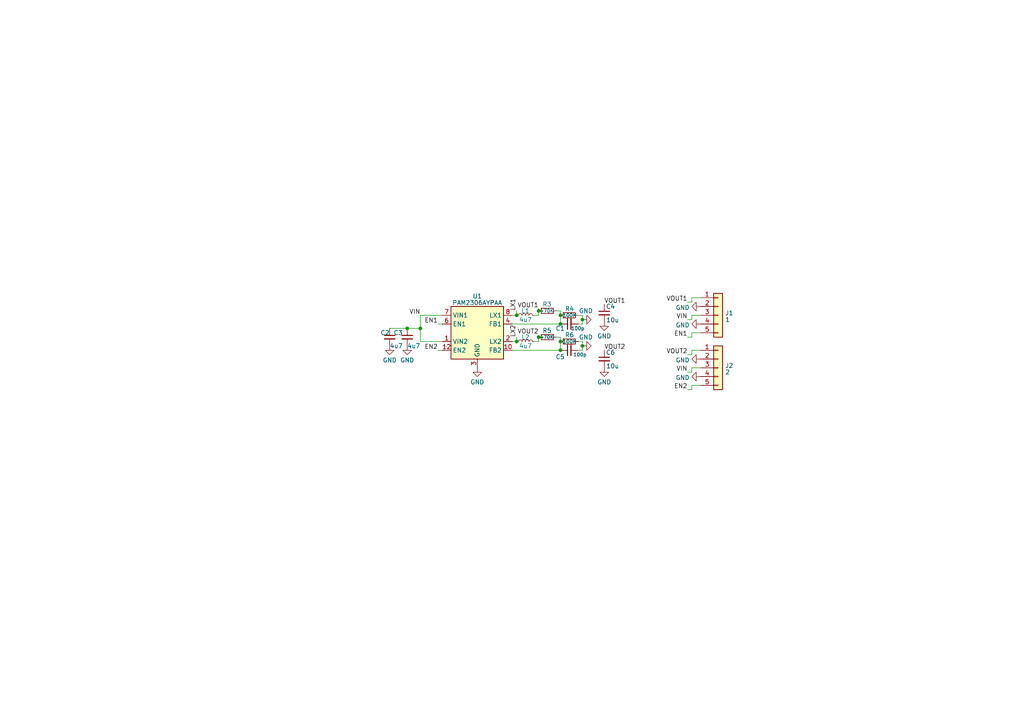
<source format=kicad_sch>
(kicad_sch (version 20230121) (generator eeschema)
  (paper "A4")
  (lib_symbols
    (symbol "Connector_Generic:Conn_01x05" (pin_names (offset 1.016) hide)
      (property "Reference" "J" (at 0 7.62 0))
      (property "Value" "Conn_01x05" (at 0 -7.62 0))
      (symbol "Conn_01x05_1_1"
        (rectangle (start -1.27 -4.953) (end 0 -5.207) (stroke (width 0.1524)))
        (rectangle (start -1.27 -2.413) (end 0 -2.667) (stroke (width 0.1524)))
        (rectangle (start -1.27 0.127) (end 0 -0.127) (stroke (width 0.1524)))
        (rectangle (start -1.27 2.667) (end 0 2.413) (stroke (width 0.1524)))
        (rectangle (start -1.27 5.207) (end 0 4.953) (stroke (width 0.1524)))
        (rectangle (start -1.27 6.35) (end 1.27 -6.35) (stroke (width 0.254)) (fill (type background)))
        (pin passive line (at -5.08 5.08 0) (length 3.81) (name "Pin_1") (number "1"))
        (pin passive line (at -5.08 2.54 0) (length 3.81) (name "Pin_2") (number "2"))
        (pin passive line (at -5.08 0 0) (length 3.81) (name "Pin_3") (number "3"))
        (pin passive line (at -5.08 -2.54 0) (length 3.81) (name "Pin_4") (number "4"))
        (pin passive line (at -5.08 -5.08 0) (length 3.81) (name "Pin_5") (number "5"))
      )
    )
    (symbol "Device:C_Small" (pin_numbers hide) (pin_names (offset 0.254) hide)
      (property "Reference" "C" (at 0.254 1.778 0))
      (property "Value" "C_Small" (at 0.254 -2.032 0))
      (symbol "C_Small_0_1"
        (polyline (pts (xy -1.524 -0.508) (xy 1.524 -0.508)) (stroke (width 0.3302)))
        (polyline (pts (xy -1.524 0.508) (xy 1.524 0.508)) (stroke (width 0.3048)))
      )
      (symbol "C_Small_1_1"
        (pin passive line (at 0 2.54 270) (length 2.032) (name "~") (number "1"))
        (pin passive line (at 0 -2.54 90) (length 2.032) (name "~") (number "2"))
      )
    )
    (symbol "Device:L_Small" (pin_numbers hide) (pin_names (offset 0.254) hide)
      (property "Reference" "L" (at 0.762 1.016 0))
      (property "Value" "L_Small" (at 0.762 -1.016 0))
      (symbol "L_Small_0_1"
        (arc (start 0 -2.032) (mid 0.5058 -1.524) (end 0 -1.016))
        (arc (start 0 -1.016) (mid 0.5058 -0.508) (end 0 0))
        (arc (start 0 0) (mid 0.5058 0.508) (end 0 1.016))
        (arc (start 0 1.016) (mid 0.5058 1.524) (end 0 2.032))
      )
      (symbol "L_Small_1_1"
        (pin passive line (at 0 2.54 270) (length 0.508) (name "~") (number "1"))
        (pin passive line (at 0 -2.54 90) (length 0.508) (name "~") (number "2"))
      )
    )
    (symbol "Device:R_Small" (pin_numbers hide) (pin_names (offset 0.254) hide)
      (property "Reference" "R" (at 0.762 0.508 0))
      (property "Value" "R_Small" (at 0.762 -1.016 0))
      (symbol "R_Small_0_1"
        (rectangle (start -0.762 1.778) (end 0.762 -1.778) (stroke (width 0.2032)))
      )
      (symbol "R_Small_1_1"
        (pin passive line (at 0 2.54 270) (length 0.762) (name "~") (number "1"))
        (pin passive line (at 0 -2.54 90) (length 0.762) (name "~") (number "2"))
      )
    )
    (symbol "Regulator_Switching:PAM2306AYPAA"
      (property "Reference" "U" (at 0 11.43 0))
      (property "Value" "PAM2306AYPAA" (at 0 8.89 0))
      (symbol "PAM2306AYPAA_0_1"
        (rectangle (start 7.62 7.62) (end -7.62 -7.62) (stroke (width 0.254)) (fill (type background)))
      )
      (symbol "PAM2306AYPAA_1_1"
        (pin power_in line (at -10.16 -2.54 0) (length 2.54) (name "VIN2") (number "1"))
        (pin input line (at 10.16 -5.08 180) (length 2.54) (name "FB2") (number "10"))
        (pin no_connect line (at 7.62 0 180) (length 2.54) hide (name "NC2") (number "11"))
        (pin input line (at -10.16 -5.08 0) (length 2.54) (name "EN2") (number "12"))
        (pin passive line (at 0 -10.16 90) (length 2.54) hide (name "GND") (number "13"))
        (pin output line (at 10.16 -2.54 180) (length 2.54) (name "LX2") (number "2"))
        (pin power_in line (at 0 -10.16 90) (length 2.54) (name "GND") (number "3"))
        (pin input line (at 10.16 2.54 180) (length 2.54) (name "FB1") (number "4"))
        (pin no_connect line (at -7.62 0 0) (length 2.54) hide (name "NC1") (number "5"))
        (pin input line (at -10.16 2.54 0) (length 2.54) (name "EN1") (number "6"))
        (pin power_in line (at -10.16 5.08 0) (length 2.54) (name "VIN1") (number "7"))
        (pin output line (at 10.16 5.08 180) (length 2.54) (name "LX1") (number "8"))
        (pin passive line (at 0 -10.16 90) (length 2.54) hide (name "GND") (number "9"))
      )
    )
    (symbol "power:GND" (power) (pin_names (offset 0))
      (property "Value" "GND" (at 0 -3.81 0))
      (symbol "GND_0_1"
        (polyline (pts (xy 0 0) (xy 0 -1.27) (xy 1.27 -1.27) (xy 0 -2.54) (xy -1.27 -1.27) (xy 0 -1.27)))
      )
      (symbol "GND_1_1"
        (pin power_in line (at 0 0 270) (length 0) hide (name "GND") (number "1"))
      )
    )
  )
  (junction (at 162.56 99.06))
  (junction (at 156.21 90.17))
  (junction (at 118.11 95.25))
  (junction (at 168.91 92.71))
  (junction (at 162.56 101.6))
  (junction (at 162.56 91.44))
  (junction (at 168.91 100.33))
  (junction (at 121.92 95.25))
  (junction (at 149.86 91.44))
  (junction (at 162.56 93.98))
  (junction (at 156.21 97.79))
  (junction (at 149.86 99.06))
  (wire (pts (xy 121.92 91.44) (xy 128.27 91.44)))
  (wire (pts (xy 167.64 91.44) (xy 168.91 91.44)))
  (wire (pts (xy 168.91 93.98) (xy 167.64 93.98)))
  (wire (pts (xy 121.92 99.06) (xy 128.27 99.06)))
  (wire (pts (xy 148.59 99.06) (xy 149.86 99.06)))
  (wire (pts (xy 200.66 106.68) (xy 203.2 106.68)))
  (wire (pts (xy 200.66 97.79) (xy 200.66 96.52)))
  (wire (pts (xy 200.66 96.52) (xy 203.2 96.52)))
  (wire (pts (xy 162.56 90.17) (xy 162.56 91.44)))
  (wire (pts (xy 154.94 99.06) (xy 156.21 99.06)))
  (wire (pts (xy 162.56 91.44) (xy 162.56 93.98)))
  (wire (pts (xy 200.66 113.03) (xy 200.66 111.76)))
  (wire (pts (xy 168.91 100.33) (xy 168.91 101.6)))
  (wire (pts (xy 148.59 91.44) (xy 149.86 91.44)))
  (wire (pts (xy 199.39 87.63) (xy 200.66 87.63)))
  (wire (pts (xy 162.56 101.6) (xy 162.56 99.06)))
  (wire (pts (xy 200.66 102.87) (xy 200.66 101.6)))
  (wire (pts (xy 121.92 99.06) (xy 121.92 95.25)))
  (wire (pts (xy 200.66 87.63) (xy 200.66 86.36)))
  (wire (pts (xy 200.66 92.71) (xy 200.66 91.44)))
  (wire (pts (xy 199.39 107.95) (xy 200.66 107.95)))
  (wire (pts (xy 149.86 90.17) (xy 149.86 91.44)))
  (wire (pts (xy 156.21 97.79) (xy 156.21 99.06)))
  (wire (pts (xy 127 101.6) (xy 128.27 101.6)))
  (wire (pts (xy 121.92 91.44) (xy 121.92 95.25)))
  (wire (pts (xy 199.39 102.87) (xy 200.66 102.87)))
  (wire (pts (xy 168.91 91.44) (xy 168.91 92.71)))
  (wire (pts (xy 199.39 97.79) (xy 200.66 97.79)))
  (wire (pts (xy 200.66 101.6) (xy 203.2 101.6)))
  (wire (pts (xy 200.66 86.36) (xy 203.2 86.36)))
  (wire (pts (xy 149.86 97.79) (xy 149.86 99.06)))
  (wire (pts (xy 200.66 107.95) (xy 200.66 106.68)))
  (wire (pts (xy 156.21 90.17) (xy 156.21 91.44)))
  (wire (pts (xy 161.29 97.79) (xy 162.56 97.79)))
  (wire (pts (xy 162.56 99.06) (xy 162.56 97.79)))
  (wire (pts (xy 127 93.98) (xy 128.27 93.98)))
  (wire (pts (xy 148.59 101.6) (xy 162.56 101.6)))
  (wire (pts (xy 168.91 101.6) (xy 167.64 101.6)))
  (wire (pts (xy 121.92 95.25) (xy 118.11 95.25)))
  (wire (pts (xy 199.39 92.71) (xy 200.66 92.71)))
  (wire (pts (xy 156.21 97.155) (xy 156.21 97.79)))
  (wire (pts (xy 161.29 90.17) (xy 162.56 90.17)))
  (wire (pts (xy 200.66 111.76) (xy 203.2 111.76)))
  (wire (pts (xy 199.39 113.03) (xy 200.66 113.03)))
  (wire (pts (xy 168.91 92.71) (xy 168.91 93.98)))
  (wire (pts (xy 148.59 93.98) (xy 162.56 93.98)))
  (wire (pts (xy 168.91 99.06) (xy 168.91 100.33)))
  (wire (pts (xy 113.03 95.25) (xy 118.11 95.25)))
  (wire (pts (xy 156.21 89.535) (xy 156.21 90.17)))
  (wire (pts (xy 167.64 99.06) (xy 168.91 99.06)))
  (wire (pts (xy 200.66 91.44) (xy 203.2 91.44)))
  (wire (pts (xy 154.94 91.44) (xy 156.21 91.44)))
  (label "VOUT2" (at 199.39 102.87 180))
  (label "EN1" (at 199.39 97.79 180))
  (label "EN2" (at 199.39 113.03 180))
  (label "VIN" (at 199.39 107.95 180))
  (label "EN1" (at 127 93.98 180))
  (label "VIN" (at 199.39 92.71 180))
  (label "VIN" (at 121.92 91.44 180))
  (label "VOUT1" (at 199.39 87.63 180))
  (label "EN2" (at 127 101.6 180))
  (label "VOUT1" (at 175.26 88.265 0))
  (label "LX1" (at 149.86 90.17 90))
  (label "VOUT1" (at 156.21 89.535 180))
  (label "VOUT2" (at 175.26 101.6 0))
  (label "LX2" (at 149.86 97.79 90))
  (label "VOUT2" (at 156.21 97.155 180))
  (symbol (lib_id "power:GND") (at 203.2 109.22 270) (unit 1)
    (property "Reference" "#PWR08" (effects hide))
    (property "Value" "GND" (at 200.0251 109.5368 90) (effects (justify right)))
  )
  (symbol (lib_id "Device:C_Small") (at 118.11 97.79 0) (mirror y) (unit 1)
    (property "Reference" "C3" (at 116.84 96.52 0) (effects (justify left)))
    (property "Value" "4u7" (at 121.92 100.33 0) (effects (justify left)))
    (property "Footprint" "Capacitor_SMD:C_0805_2012Metric" (effects hide))
  )
  (symbol (lib_id "Device:R_Small") (at 158.75 97.79 270) (mirror x) (unit 1)
    (property "Reference" "R5" (at 160.02 95.885 90) (effects (justify right)))
    (property "Value" "470K" (at 160.655 97.79 90) (effects (font (size 1 1)) (justify right)))
    (property "Footprint" "Resistor_SMD:R_0603_1608Metric" (effects hide))
  )
  (symbol (lib_id "power:GND") (at 203.2 104.14 270) (unit 1)
    (property "Reference" "#PWR09" (effects hide))
    (property "Value" "GND" (at 200.0251 104.4568 90) (effects (justify right)))
  )
  (symbol (lib_id "Connector_Generic:Conn_01x05") (at 208.28 106.68 0) (unit 1)
    (property "Reference" "J2" (at 210.312 106.0363 0) (effects (justify left)))
    (property "Value" "2" (at 210.312 107.9573 0) (effects (justify left)))
    (property "Footprint" "Connector_PinHeader_2.54mm:PinHeader_1x05_P2.54mm_Vertical" (effects hide))
  )
  (symbol (lib_id "Device:C_Small") (at 113.03 97.79 0) (mirror y) (unit 1)
    (property "Reference" "C2" (at 113.03 96.52 0) (effects (justify left)))
    (property "Value" "4u7" (at 116.84 100.33 0) (effects (justify left)))
    (property "Footprint" "Capacitor_SMD:C_0805_2012Metric" (effects hide))
  )
  (symbol (lib_id "Device:C_Small") (at 175.26 90.805 0) (mirror y) (unit 1)
    (property "Reference" "C4" (at 178.435 88.9 0) (effects (justify left)))
    (property "Value" "10u" (at 179.578 92.837 0) (effects (justify left)))
    (property "Footprint" "Capacitor_SMD:C_0805_2012Metric" (effects hide))
  )
  (symbol (lib_id "power:GND") (at 203.2 93.98 270) (unit 1)
    (property "Reference" "#PWR011" (effects hide))
    (property "Value" "GND" (at 200.0251 94.2968 90) (effects (justify right)))
  )
  (symbol (lib_id "power:GND") (at 175.26 93.345 0) (unit 1)
    (property "Reference" "#PWR05" (effects hide))
    (property "Value" "GND" (at 175.26 97.4805 0))
  )
  (symbol (lib_id "power:GND") (at 118.11 100.33 0) (unit 1)
    (property "Reference" "#PWR03" (effects hide))
    (property "Value" "GND" (at 118.11 104.4655 0))
  )
  (symbol (lib_id "Device:C_Small") (at 165.1 101.6 90) (mirror x) (unit 1)
    (property "Reference" "C5" (at 163.83 103.505 90) (effects (justify left)))
    (property "Value" "100p" (at 170.18 102.87 90) (effects (font (size 1 1)) (justify left)))
    (property "Footprint" "Capacitor_SMD:C_0603_1608Metric" (effects hide))
  )
  (symbol (lib_id "power:GND") (at 168.91 92.71 90) (mirror x) (unit 1)
    (property "Reference" "#PWR04" (effects hide))
    (property "Value" "GND" (at 169.926 90.17 90))
  )
  (symbol (lib_id "power:GND") (at 168.91 100.33 90) (mirror x) (unit 1)
    (property "Reference" "#PWR06" (effects hide))
    (property "Value" "GND" (at 169.926 97.79 90))
  )
  (symbol (lib_id "power:GND") (at 203.2 88.9 270) (unit 1)
    (property "Reference" "#PWR010" (effects hide))
    (property "Value" "GND" (at 200.0251 89.2168 90) (effects (justify right)))
  )
  (symbol (lib_id "Device:R_Small") (at 158.75 90.17 270) (mirror x) (unit 1)
    (property "Reference" "R3" (at 160.02 88.265 90) (effects (justify right)))
    (property "Value" "470K" (at 160.655 90.17 90) (effects (font (size 1 1)) (justify right)))
    (property "Footprint" "Resistor_SMD:R_0603_1608Metric" (effects hide))
  )
  (symbol (lib_id "Device:C_Small") (at 165.1 93.98 90) (mirror x) (unit 1)
    (property "Reference" "C1" (at 163.83 95.25 90) (effects (justify left)))
    (property "Value" "100p" (at 169.545 95.25 90) (effects (font (size 1 1)) (justify left)))
    (property "Footprint" "Capacitor_SMD:C_0603_1608Metric" (effects hide))
  )
  (symbol (lib_id "power:GND") (at 138.43 106.68 0) (unit 1)
    (property "Reference" "#PWR01" (effects hide))
    (property "Value" "GND" (at 138.43 110.8155 0))
  )
  (symbol (lib_id "power:GND") (at 113.03 100.33 0) (unit 1)
    (property "Reference" "#PWR02" (effects hide))
    (property "Value" "GND" (at 113.03 104.4655 0))
  )
  (symbol (lib_id "Device:R_Small") (at 165.1 99.06 90) (unit 1)
    (property "Reference" "R6" (at 163.83 97.155 90) (effects (justify right)))
    (property "Value" "100K" (at 163.195 99.06 90) (effects (font (size 1 1)) (justify right)))
    (property "Footprint" "Resistor_SMD:R_0603_1608Metric" (effects hide))
  )
  (symbol (lib_id "Device:L_Small") (at 152.4 99.06 90) (unit 1)
    (property "Reference" "L2" (at 152.4 97.79 90))
    (property "Value" "4u7" (at 152.4 100.33 90))
    (property "Footprint" "pam2306_breakout:L_Murata_23S4R7C" (effects hide))
  )
  (symbol (lib_id "Device:R_Small") (at 165.1 91.44 90) (unit 1)
    (property "Reference" "R4" (at 163.83 89.535 90) (effects (justify right)))
    (property "Value" "100K" (at 163.195 91.44 90) (effects (font (size 1 1)) (justify right)))
    (property "Footprint" "Resistor_SMD:R_0603_1608Metric" (effects hide))
  )
  (symbol (lib_id "power:GND") (at 175.26 106.68 0) (unit 1)
    (property "Reference" "#PWR07" (effects hide))
    (property "Value" "GND" (at 175.26 110.8155 0))
  )
  (symbol (lib_id "Connector_Generic:Conn_01x05") (at 208.28 91.44 0) (unit 1)
    (property "Reference" "J1" (at 210.312 90.7963 0) (effects (justify left)))
    (property "Value" "1" (at 210.312 92.7173 0) (effects (justify left)))
    (property "Footprint" "Connector_PinHeader_2.54mm:PinHeader_1x05_P2.54mm_Vertical" (effects hide))
  )
  (symbol (lib_id "Regulator_Switching:PAM2306AYPAA") (at 138.43 96.52 0) (unit 1)
    (property "Reference" "U1" (at 138.43 85.8901 0))
    (property "Value" "PAM2306AYPAA" (at 138.43 87.8111 0))
    (property "Footprint" "Package_DFN_QFN:WDFN-12-1EP_3x3mm_P0.45mm_EP1.7x2.5mm" (effects hide))
    (property "Datasheet" "https://www.diodes.com/assets/Datasheets/PAM2306.pdf" (effects hide))
  )
  (symbol (lib_id "Device:L_Small") (at 152.4 91.44 90) (unit 1)
    (property "Reference" "L1" (at 152.4 90.17 90))
    (property "Value" "4u7" (at 152.4 92.71 90))
    (property "Footprint" "pam2306_breakout:L_Murata_23S4R7C" (effects hide))
  )
  (symbol (lib_id "Device:C_Small") (at 175.26 104.14 0) (mirror y) (unit 1)
    (property "Reference" "C6" (at 178.435 102.235 0) (effects (justify left)))
    (property "Value" "10u" (at 179.578 106.172 0) (effects (justify left)))
    (property "Footprint" "Capacitor_SMD:C_0805_2012Metric" (effects hide))
  )
)
</source>
